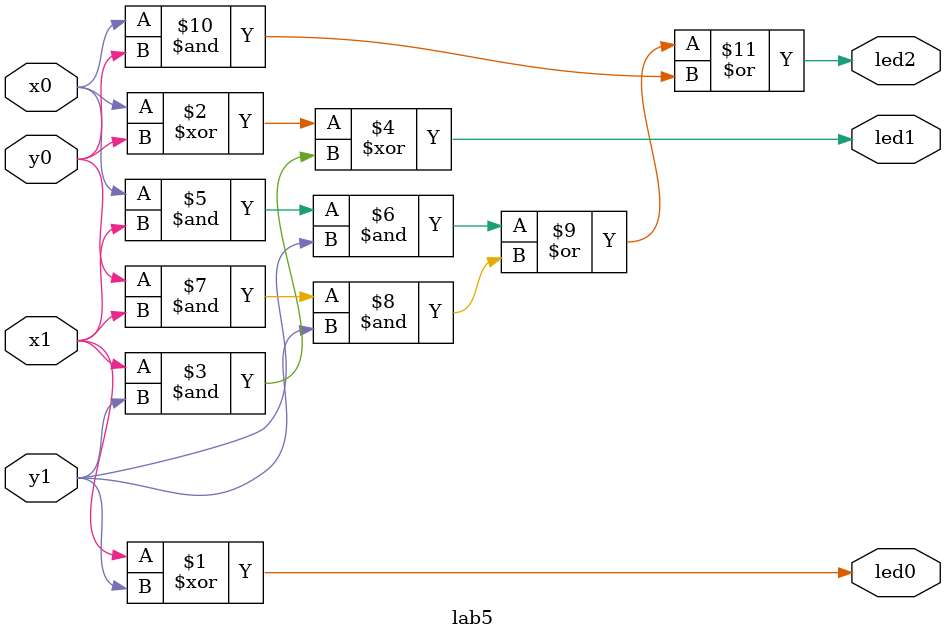
<source format=v>
module lab5(x0, x1, y0, y1, led0, led1, led2);
	input x0, x1, y0, y1;
	output led0, led1, led2;
	
	assign led0 = x1 ^ y1;
	assign led1 = x0 ^ y0 ^ (x1 & y1);
	assign led2 = (x0 & x1 & y1) | (y0 & x1 & y1) | (x0 & y0);

endmodule

</source>
